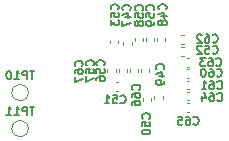
<source format=gbo>
G04 #@! TF.GenerationSoftware,KiCad,Pcbnew,8.0.4*
G04 #@! TF.CreationDate,2024-08-31T14:34:10+03:00*
G04 #@! TF.ProjectId,rioctrl-controller,72696f63-7472-46c2-9d63-6f6e74726f6c,rev?*
G04 #@! TF.SameCoordinates,Original*
G04 #@! TF.FileFunction,Legend,Bot*
G04 #@! TF.FilePolarity,Positive*
%FSLAX46Y46*%
G04 Gerber Fmt 4.6, Leading zero omitted, Abs format (unit mm)*
G04 Created by KiCad (PCBNEW 8.0.4) date 2024-08-31 14:34:10*
%MOMM*%
%LPD*%
G01*
G04 APERTURE LIST*
%ADD10C,0.175000*%
%ADD11C,0.120000*%
G04 APERTURE END LIST*
D10*
X99600000Y-86648066D02*
X99633333Y-86681400D01*
X99633333Y-86681400D02*
X99733333Y-86714733D01*
X99733333Y-86714733D02*
X99800000Y-86714733D01*
X99800000Y-86714733D02*
X99900000Y-86681400D01*
X99900000Y-86681400D02*
X99966667Y-86614733D01*
X99966667Y-86614733D02*
X100000000Y-86548066D01*
X100000000Y-86548066D02*
X100033333Y-86414733D01*
X100033333Y-86414733D02*
X100033333Y-86314733D01*
X100033333Y-86314733D02*
X100000000Y-86181400D01*
X100000000Y-86181400D02*
X99966667Y-86114733D01*
X99966667Y-86114733D02*
X99900000Y-86048066D01*
X99900000Y-86048066D02*
X99800000Y-86014733D01*
X99800000Y-86014733D02*
X99733333Y-86014733D01*
X99733333Y-86014733D02*
X99633333Y-86048066D01*
X99633333Y-86048066D02*
X99600000Y-86081400D01*
X99000000Y-86014733D02*
X99133333Y-86014733D01*
X99133333Y-86014733D02*
X99200000Y-86048066D01*
X99200000Y-86048066D02*
X99233333Y-86081400D01*
X99233333Y-86081400D02*
X99300000Y-86181400D01*
X99300000Y-86181400D02*
X99333333Y-86314733D01*
X99333333Y-86314733D02*
X99333333Y-86581400D01*
X99333333Y-86581400D02*
X99300000Y-86648066D01*
X99300000Y-86648066D02*
X99266667Y-86681400D01*
X99266667Y-86681400D02*
X99200000Y-86714733D01*
X99200000Y-86714733D02*
X99066667Y-86714733D01*
X99066667Y-86714733D02*
X99000000Y-86681400D01*
X99000000Y-86681400D02*
X98966667Y-86648066D01*
X98966667Y-86648066D02*
X98933333Y-86581400D01*
X98933333Y-86581400D02*
X98933333Y-86414733D01*
X98933333Y-86414733D02*
X98966667Y-86348066D01*
X98966667Y-86348066D02*
X99000000Y-86314733D01*
X99000000Y-86314733D02*
X99066667Y-86281400D01*
X99066667Y-86281400D02*
X99200000Y-86281400D01*
X99200000Y-86281400D02*
X99266667Y-86314733D01*
X99266667Y-86314733D02*
X99300000Y-86348066D01*
X99300000Y-86348066D02*
X99333333Y-86414733D01*
X98700000Y-86014733D02*
X98266666Y-86014733D01*
X98266666Y-86014733D02*
X98500000Y-86281400D01*
X98500000Y-86281400D02*
X98400000Y-86281400D01*
X98400000Y-86281400D02*
X98333333Y-86314733D01*
X98333333Y-86314733D02*
X98300000Y-86348066D01*
X98300000Y-86348066D02*
X98266666Y-86414733D01*
X98266666Y-86414733D02*
X98266666Y-86581400D01*
X98266666Y-86581400D02*
X98300000Y-86648066D01*
X98300000Y-86648066D02*
X98333333Y-86681400D01*
X98333333Y-86681400D02*
X98400000Y-86714733D01*
X98400000Y-86714733D02*
X98600000Y-86714733D01*
X98600000Y-86714733D02*
X98666666Y-86681400D01*
X98666666Y-86681400D02*
X98700000Y-86648066D01*
X92298066Y-81949999D02*
X92331400Y-81916666D01*
X92331400Y-81916666D02*
X92364733Y-81816666D01*
X92364733Y-81816666D02*
X92364733Y-81749999D01*
X92364733Y-81749999D02*
X92331400Y-81649999D01*
X92331400Y-81649999D02*
X92264733Y-81583333D01*
X92264733Y-81583333D02*
X92198066Y-81549999D01*
X92198066Y-81549999D02*
X92064733Y-81516666D01*
X92064733Y-81516666D02*
X91964733Y-81516666D01*
X91964733Y-81516666D02*
X91831400Y-81549999D01*
X91831400Y-81549999D02*
X91764733Y-81583333D01*
X91764733Y-81583333D02*
X91698066Y-81649999D01*
X91698066Y-81649999D02*
X91664733Y-81749999D01*
X91664733Y-81749999D02*
X91664733Y-81816666D01*
X91664733Y-81816666D02*
X91698066Y-81916666D01*
X91698066Y-81916666D02*
X91731400Y-81949999D01*
X91898066Y-82549999D02*
X92364733Y-82549999D01*
X91631400Y-82383333D02*
X92131400Y-82216666D01*
X92131400Y-82216666D02*
X92131400Y-82649999D01*
X91664733Y-82850000D02*
X91664733Y-83316666D01*
X91664733Y-83316666D02*
X92364733Y-83016666D01*
X94298066Y-81949999D02*
X94331400Y-81916666D01*
X94331400Y-81916666D02*
X94364733Y-81816666D01*
X94364733Y-81816666D02*
X94364733Y-81749999D01*
X94364733Y-81749999D02*
X94331400Y-81649999D01*
X94331400Y-81649999D02*
X94264733Y-81583333D01*
X94264733Y-81583333D02*
X94198066Y-81549999D01*
X94198066Y-81549999D02*
X94064733Y-81516666D01*
X94064733Y-81516666D02*
X93964733Y-81516666D01*
X93964733Y-81516666D02*
X93831400Y-81549999D01*
X93831400Y-81549999D02*
X93764733Y-81583333D01*
X93764733Y-81583333D02*
X93698066Y-81649999D01*
X93698066Y-81649999D02*
X93664733Y-81749999D01*
X93664733Y-81749999D02*
X93664733Y-81816666D01*
X93664733Y-81816666D02*
X93698066Y-81916666D01*
X93698066Y-81916666D02*
X93731400Y-81949999D01*
X93664733Y-82583333D02*
X93664733Y-82249999D01*
X93664733Y-82249999D02*
X93998066Y-82216666D01*
X93998066Y-82216666D02*
X93964733Y-82249999D01*
X93964733Y-82249999D02*
X93931400Y-82316666D01*
X93931400Y-82316666D02*
X93931400Y-82483333D01*
X93931400Y-82483333D02*
X93964733Y-82549999D01*
X93964733Y-82549999D02*
X93998066Y-82583333D01*
X93998066Y-82583333D02*
X94064733Y-82616666D01*
X94064733Y-82616666D02*
X94231400Y-82616666D01*
X94231400Y-82616666D02*
X94298066Y-82583333D01*
X94298066Y-82583333D02*
X94331400Y-82549999D01*
X94331400Y-82549999D02*
X94364733Y-82483333D01*
X94364733Y-82483333D02*
X94364733Y-82316666D01*
X94364733Y-82316666D02*
X94331400Y-82249999D01*
X94331400Y-82249999D02*
X94298066Y-82216666D01*
X94364733Y-82950000D02*
X94364733Y-83083333D01*
X94364733Y-83083333D02*
X94331400Y-83150000D01*
X94331400Y-83150000D02*
X94298066Y-83183333D01*
X94298066Y-83183333D02*
X94198066Y-83250000D01*
X94198066Y-83250000D02*
X94064733Y-83283333D01*
X94064733Y-83283333D02*
X93798066Y-83283333D01*
X93798066Y-83283333D02*
X93731400Y-83250000D01*
X93731400Y-83250000D02*
X93698066Y-83216666D01*
X93698066Y-83216666D02*
X93664733Y-83150000D01*
X93664733Y-83150000D02*
X93664733Y-83016666D01*
X93664733Y-83016666D02*
X93698066Y-82950000D01*
X93698066Y-82950000D02*
X93731400Y-82916666D01*
X93731400Y-82916666D02*
X93798066Y-82883333D01*
X93798066Y-82883333D02*
X93964733Y-82883333D01*
X93964733Y-82883333D02*
X94031400Y-82916666D01*
X94031400Y-82916666D02*
X94064733Y-82950000D01*
X94064733Y-82950000D02*
X94098066Y-83016666D01*
X94098066Y-83016666D02*
X94098066Y-83150000D01*
X94098066Y-83150000D02*
X94064733Y-83216666D01*
X94064733Y-83216666D02*
X94031400Y-83250000D01*
X94031400Y-83250000D02*
X93964733Y-83283333D01*
X90098066Y-86649999D02*
X90131400Y-86616666D01*
X90131400Y-86616666D02*
X90164733Y-86516666D01*
X90164733Y-86516666D02*
X90164733Y-86449999D01*
X90164733Y-86449999D02*
X90131400Y-86349999D01*
X90131400Y-86349999D02*
X90064733Y-86283333D01*
X90064733Y-86283333D02*
X89998066Y-86249999D01*
X89998066Y-86249999D02*
X89864733Y-86216666D01*
X89864733Y-86216666D02*
X89764733Y-86216666D01*
X89764733Y-86216666D02*
X89631400Y-86249999D01*
X89631400Y-86249999D02*
X89564733Y-86283333D01*
X89564733Y-86283333D02*
X89498066Y-86349999D01*
X89498066Y-86349999D02*
X89464733Y-86449999D01*
X89464733Y-86449999D02*
X89464733Y-86516666D01*
X89464733Y-86516666D02*
X89498066Y-86616666D01*
X89498066Y-86616666D02*
X89531400Y-86649999D01*
X89464733Y-87283333D02*
X89464733Y-86949999D01*
X89464733Y-86949999D02*
X89798066Y-86916666D01*
X89798066Y-86916666D02*
X89764733Y-86949999D01*
X89764733Y-86949999D02*
X89731400Y-87016666D01*
X89731400Y-87016666D02*
X89731400Y-87183333D01*
X89731400Y-87183333D02*
X89764733Y-87249999D01*
X89764733Y-87249999D02*
X89798066Y-87283333D01*
X89798066Y-87283333D02*
X89864733Y-87316666D01*
X89864733Y-87316666D02*
X90031400Y-87316666D01*
X90031400Y-87316666D02*
X90098066Y-87283333D01*
X90098066Y-87283333D02*
X90131400Y-87249999D01*
X90131400Y-87249999D02*
X90164733Y-87183333D01*
X90164733Y-87183333D02*
X90164733Y-87016666D01*
X90164733Y-87016666D02*
X90131400Y-86949999D01*
X90131400Y-86949999D02*
X90098066Y-86916666D01*
X89464733Y-87916666D02*
X89464733Y-87783333D01*
X89464733Y-87783333D02*
X89498066Y-87716666D01*
X89498066Y-87716666D02*
X89531400Y-87683333D01*
X89531400Y-87683333D02*
X89631400Y-87616666D01*
X89631400Y-87616666D02*
X89764733Y-87583333D01*
X89764733Y-87583333D02*
X90031400Y-87583333D01*
X90031400Y-87583333D02*
X90098066Y-87616666D01*
X90098066Y-87616666D02*
X90131400Y-87650000D01*
X90131400Y-87650000D02*
X90164733Y-87716666D01*
X90164733Y-87716666D02*
X90164733Y-87850000D01*
X90164733Y-87850000D02*
X90131400Y-87916666D01*
X90131400Y-87916666D02*
X90098066Y-87950000D01*
X90098066Y-87950000D02*
X90031400Y-87983333D01*
X90031400Y-87983333D02*
X89864733Y-87983333D01*
X89864733Y-87983333D02*
X89798066Y-87950000D01*
X89798066Y-87950000D02*
X89764733Y-87916666D01*
X89764733Y-87916666D02*
X89731400Y-87850000D01*
X89731400Y-87850000D02*
X89731400Y-87716666D01*
X89731400Y-87716666D02*
X89764733Y-87650000D01*
X89764733Y-87650000D02*
X89798066Y-87616666D01*
X89798066Y-87616666D02*
X89864733Y-87583333D01*
X99650000Y-87548066D02*
X99683333Y-87581400D01*
X99683333Y-87581400D02*
X99783333Y-87614733D01*
X99783333Y-87614733D02*
X99850000Y-87614733D01*
X99850000Y-87614733D02*
X99950000Y-87581400D01*
X99950000Y-87581400D02*
X100016667Y-87514733D01*
X100016667Y-87514733D02*
X100050000Y-87448066D01*
X100050000Y-87448066D02*
X100083333Y-87314733D01*
X100083333Y-87314733D02*
X100083333Y-87214733D01*
X100083333Y-87214733D02*
X100050000Y-87081400D01*
X100050000Y-87081400D02*
X100016667Y-87014733D01*
X100016667Y-87014733D02*
X99950000Y-86948066D01*
X99950000Y-86948066D02*
X99850000Y-86914733D01*
X99850000Y-86914733D02*
X99783333Y-86914733D01*
X99783333Y-86914733D02*
X99683333Y-86948066D01*
X99683333Y-86948066D02*
X99650000Y-86981400D01*
X99050000Y-86914733D02*
X99183333Y-86914733D01*
X99183333Y-86914733D02*
X99250000Y-86948066D01*
X99250000Y-86948066D02*
X99283333Y-86981400D01*
X99283333Y-86981400D02*
X99350000Y-87081400D01*
X99350000Y-87081400D02*
X99383333Y-87214733D01*
X99383333Y-87214733D02*
X99383333Y-87481400D01*
X99383333Y-87481400D02*
X99350000Y-87548066D01*
X99350000Y-87548066D02*
X99316667Y-87581400D01*
X99316667Y-87581400D02*
X99250000Y-87614733D01*
X99250000Y-87614733D02*
X99116667Y-87614733D01*
X99116667Y-87614733D02*
X99050000Y-87581400D01*
X99050000Y-87581400D02*
X99016667Y-87548066D01*
X99016667Y-87548066D02*
X98983333Y-87481400D01*
X98983333Y-87481400D02*
X98983333Y-87314733D01*
X98983333Y-87314733D02*
X99016667Y-87248066D01*
X99016667Y-87248066D02*
X99050000Y-87214733D01*
X99050000Y-87214733D02*
X99116667Y-87181400D01*
X99116667Y-87181400D02*
X99250000Y-87181400D01*
X99250000Y-87181400D02*
X99316667Y-87214733D01*
X99316667Y-87214733D02*
X99350000Y-87248066D01*
X99350000Y-87248066D02*
X99383333Y-87314733D01*
X98550000Y-86914733D02*
X98483333Y-86914733D01*
X98483333Y-86914733D02*
X98416666Y-86948066D01*
X98416666Y-86948066D02*
X98383333Y-86981400D01*
X98383333Y-86981400D02*
X98350000Y-87048066D01*
X98350000Y-87048066D02*
X98316666Y-87181400D01*
X98316666Y-87181400D02*
X98316666Y-87348066D01*
X98316666Y-87348066D02*
X98350000Y-87481400D01*
X98350000Y-87481400D02*
X98383333Y-87548066D01*
X98383333Y-87548066D02*
X98416666Y-87581400D01*
X98416666Y-87581400D02*
X98483333Y-87614733D01*
X98483333Y-87614733D02*
X98550000Y-87614733D01*
X98550000Y-87614733D02*
X98616666Y-87581400D01*
X98616666Y-87581400D02*
X98650000Y-87548066D01*
X98650000Y-87548066D02*
X98683333Y-87481400D01*
X98683333Y-87481400D02*
X98716666Y-87348066D01*
X98716666Y-87348066D02*
X98716666Y-87181400D01*
X98716666Y-87181400D02*
X98683333Y-87048066D01*
X98683333Y-87048066D02*
X98650000Y-86981400D01*
X98650000Y-86981400D02*
X98616666Y-86948066D01*
X98616666Y-86948066D02*
X98550000Y-86914733D01*
X91500000Y-89798066D02*
X91533333Y-89831400D01*
X91533333Y-89831400D02*
X91633333Y-89864733D01*
X91633333Y-89864733D02*
X91700000Y-89864733D01*
X91700000Y-89864733D02*
X91800000Y-89831400D01*
X91800000Y-89831400D02*
X91866667Y-89764733D01*
X91866667Y-89764733D02*
X91900000Y-89698066D01*
X91900000Y-89698066D02*
X91933333Y-89564733D01*
X91933333Y-89564733D02*
X91933333Y-89464733D01*
X91933333Y-89464733D02*
X91900000Y-89331400D01*
X91900000Y-89331400D02*
X91866667Y-89264733D01*
X91866667Y-89264733D02*
X91800000Y-89198066D01*
X91800000Y-89198066D02*
X91700000Y-89164733D01*
X91700000Y-89164733D02*
X91633333Y-89164733D01*
X91633333Y-89164733D02*
X91533333Y-89198066D01*
X91533333Y-89198066D02*
X91500000Y-89231400D01*
X90866667Y-89164733D02*
X91200000Y-89164733D01*
X91200000Y-89164733D02*
X91233333Y-89498066D01*
X91233333Y-89498066D02*
X91200000Y-89464733D01*
X91200000Y-89464733D02*
X91133333Y-89431400D01*
X91133333Y-89431400D02*
X90966667Y-89431400D01*
X90966667Y-89431400D02*
X90900000Y-89464733D01*
X90900000Y-89464733D02*
X90866667Y-89498066D01*
X90866667Y-89498066D02*
X90833333Y-89564733D01*
X90833333Y-89564733D02*
X90833333Y-89731400D01*
X90833333Y-89731400D02*
X90866667Y-89798066D01*
X90866667Y-89798066D02*
X90900000Y-89831400D01*
X90900000Y-89831400D02*
X90966667Y-89864733D01*
X90966667Y-89864733D02*
X91133333Y-89864733D01*
X91133333Y-89864733D02*
X91200000Y-89831400D01*
X91200000Y-89831400D02*
X91233333Y-89798066D01*
X90166666Y-89864733D02*
X90566666Y-89864733D01*
X90366666Y-89864733D02*
X90366666Y-89164733D01*
X90366666Y-89164733D02*
X90433333Y-89264733D01*
X90433333Y-89264733D02*
X90500000Y-89331400D01*
X90500000Y-89331400D02*
X90566666Y-89364733D01*
X89198066Y-86649999D02*
X89231400Y-86616666D01*
X89231400Y-86616666D02*
X89264733Y-86516666D01*
X89264733Y-86516666D02*
X89264733Y-86449999D01*
X89264733Y-86449999D02*
X89231400Y-86349999D01*
X89231400Y-86349999D02*
X89164733Y-86283333D01*
X89164733Y-86283333D02*
X89098066Y-86249999D01*
X89098066Y-86249999D02*
X88964733Y-86216666D01*
X88964733Y-86216666D02*
X88864733Y-86216666D01*
X88864733Y-86216666D02*
X88731400Y-86249999D01*
X88731400Y-86249999D02*
X88664733Y-86283333D01*
X88664733Y-86283333D02*
X88598066Y-86349999D01*
X88598066Y-86349999D02*
X88564733Y-86449999D01*
X88564733Y-86449999D02*
X88564733Y-86516666D01*
X88564733Y-86516666D02*
X88598066Y-86616666D01*
X88598066Y-86616666D02*
X88631400Y-86649999D01*
X88564733Y-87283333D02*
X88564733Y-86949999D01*
X88564733Y-86949999D02*
X88898066Y-86916666D01*
X88898066Y-86916666D02*
X88864733Y-86949999D01*
X88864733Y-86949999D02*
X88831400Y-87016666D01*
X88831400Y-87016666D02*
X88831400Y-87183333D01*
X88831400Y-87183333D02*
X88864733Y-87249999D01*
X88864733Y-87249999D02*
X88898066Y-87283333D01*
X88898066Y-87283333D02*
X88964733Y-87316666D01*
X88964733Y-87316666D02*
X89131400Y-87316666D01*
X89131400Y-87316666D02*
X89198066Y-87283333D01*
X89198066Y-87283333D02*
X89231400Y-87249999D01*
X89231400Y-87249999D02*
X89264733Y-87183333D01*
X89264733Y-87183333D02*
X89264733Y-87016666D01*
X89264733Y-87016666D02*
X89231400Y-86949999D01*
X89231400Y-86949999D02*
X89198066Y-86916666D01*
X88564733Y-87550000D02*
X88564733Y-88016666D01*
X88564733Y-88016666D02*
X89264733Y-87716666D01*
X95148066Y-86949999D02*
X95181400Y-86916666D01*
X95181400Y-86916666D02*
X95214733Y-86816666D01*
X95214733Y-86816666D02*
X95214733Y-86749999D01*
X95214733Y-86749999D02*
X95181400Y-86649999D01*
X95181400Y-86649999D02*
X95114733Y-86583333D01*
X95114733Y-86583333D02*
X95048066Y-86549999D01*
X95048066Y-86549999D02*
X94914733Y-86516666D01*
X94914733Y-86516666D02*
X94814733Y-86516666D01*
X94814733Y-86516666D02*
X94681400Y-86549999D01*
X94681400Y-86549999D02*
X94614733Y-86583333D01*
X94614733Y-86583333D02*
X94548066Y-86649999D01*
X94548066Y-86649999D02*
X94514733Y-86749999D01*
X94514733Y-86749999D02*
X94514733Y-86816666D01*
X94514733Y-86816666D02*
X94548066Y-86916666D01*
X94548066Y-86916666D02*
X94581400Y-86949999D01*
X94748066Y-87549999D02*
X95214733Y-87549999D01*
X94481400Y-87383333D02*
X94981400Y-87216666D01*
X94981400Y-87216666D02*
X94981400Y-87649999D01*
X95214733Y-87950000D02*
X95214733Y-88083333D01*
X95214733Y-88083333D02*
X95181400Y-88150000D01*
X95181400Y-88150000D02*
X95148066Y-88183333D01*
X95148066Y-88183333D02*
X95048066Y-88250000D01*
X95048066Y-88250000D02*
X94914733Y-88283333D01*
X94914733Y-88283333D02*
X94648066Y-88283333D01*
X94648066Y-88283333D02*
X94581400Y-88250000D01*
X94581400Y-88250000D02*
X94548066Y-88216666D01*
X94548066Y-88216666D02*
X94514733Y-88150000D01*
X94514733Y-88150000D02*
X94514733Y-88016666D01*
X94514733Y-88016666D02*
X94548066Y-87950000D01*
X94548066Y-87950000D02*
X94581400Y-87916666D01*
X94581400Y-87916666D02*
X94648066Y-87883333D01*
X94648066Y-87883333D02*
X94814733Y-87883333D01*
X94814733Y-87883333D02*
X94881400Y-87916666D01*
X94881400Y-87916666D02*
X94914733Y-87950000D01*
X94914733Y-87950000D02*
X94948066Y-88016666D01*
X94948066Y-88016666D02*
X94948066Y-88150000D01*
X94948066Y-88150000D02*
X94914733Y-88216666D01*
X94914733Y-88216666D02*
X94881400Y-88250000D01*
X94881400Y-88250000D02*
X94814733Y-88283333D01*
X99700000Y-89598066D02*
X99733333Y-89631400D01*
X99733333Y-89631400D02*
X99833333Y-89664733D01*
X99833333Y-89664733D02*
X99900000Y-89664733D01*
X99900000Y-89664733D02*
X100000000Y-89631400D01*
X100000000Y-89631400D02*
X100066667Y-89564733D01*
X100066667Y-89564733D02*
X100100000Y-89498066D01*
X100100000Y-89498066D02*
X100133333Y-89364733D01*
X100133333Y-89364733D02*
X100133333Y-89264733D01*
X100133333Y-89264733D02*
X100100000Y-89131400D01*
X100100000Y-89131400D02*
X100066667Y-89064733D01*
X100066667Y-89064733D02*
X100000000Y-88998066D01*
X100000000Y-88998066D02*
X99900000Y-88964733D01*
X99900000Y-88964733D02*
X99833333Y-88964733D01*
X99833333Y-88964733D02*
X99733333Y-88998066D01*
X99733333Y-88998066D02*
X99700000Y-89031400D01*
X99100000Y-88964733D02*
X99233333Y-88964733D01*
X99233333Y-88964733D02*
X99300000Y-88998066D01*
X99300000Y-88998066D02*
X99333333Y-89031400D01*
X99333333Y-89031400D02*
X99400000Y-89131400D01*
X99400000Y-89131400D02*
X99433333Y-89264733D01*
X99433333Y-89264733D02*
X99433333Y-89531400D01*
X99433333Y-89531400D02*
X99400000Y-89598066D01*
X99400000Y-89598066D02*
X99366667Y-89631400D01*
X99366667Y-89631400D02*
X99300000Y-89664733D01*
X99300000Y-89664733D02*
X99166667Y-89664733D01*
X99166667Y-89664733D02*
X99100000Y-89631400D01*
X99100000Y-89631400D02*
X99066667Y-89598066D01*
X99066667Y-89598066D02*
X99033333Y-89531400D01*
X99033333Y-89531400D02*
X99033333Y-89364733D01*
X99033333Y-89364733D02*
X99066667Y-89298066D01*
X99066667Y-89298066D02*
X99100000Y-89264733D01*
X99100000Y-89264733D02*
X99166667Y-89231400D01*
X99166667Y-89231400D02*
X99300000Y-89231400D01*
X99300000Y-89231400D02*
X99366667Y-89264733D01*
X99366667Y-89264733D02*
X99400000Y-89298066D01*
X99400000Y-89298066D02*
X99433333Y-89364733D01*
X98433333Y-89198066D02*
X98433333Y-89664733D01*
X98600000Y-88931400D02*
X98766666Y-89431400D01*
X98766666Y-89431400D02*
X98333333Y-89431400D01*
X97680000Y-91608066D02*
X97713333Y-91641400D01*
X97713333Y-91641400D02*
X97813333Y-91674733D01*
X97813333Y-91674733D02*
X97880000Y-91674733D01*
X97880000Y-91674733D02*
X97980000Y-91641400D01*
X97980000Y-91641400D02*
X98046667Y-91574733D01*
X98046667Y-91574733D02*
X98080000Y-91508066D01*
X98080000Y-91508066D02*
X98113333Y-91374733D01*
X98113333Y-91374733D02*
X98113333Y-91274733D01*
X98113333Y-91274733D02*
X98080000Y-91141400D01*
X98080000Y-91141400D02*
X98046667Y-91074733D01*
X98046667Y-91074733D02*
X97980000Y-91008066D01*
X97980000Y-91008066D02*
X97880000Y-90974733D01*
X97880000Y-90974733D02*
X97813333Y-90974733D01*
X97813333Y-90974733D02*
X97713333Y-91008066D01*
X97713333Y-91008066D02*
X97680000Y-91041400D01*
X97080000Y-90974733D02*
X97213333Y-90974733D01*
X97213333Y-90974733D02*
X97280000Y-91008066D01*
X97280000Y-91008066D02*
X97313333Y-91041400D01*
X97313333Y-91041400D02*
X97380000Y-91141400D01*
X97380000Y-91141400D02*
X97413333Y-91274733D01*
X97413333Y-91274733D02*
X97413333Y-91541400D01*
X97413333Y-91541400D02*
X97380000Y-91608066D01*
X97380000Y-91608066D02*
X97346667Y-91641400D01*
X97346667Y-91641400D02*
X97280000Y-91674733D01*
X97280000Y-91674733D02*
X97146667Y-91674733D01*
X97146667Y-91674733D02*
X97080000Y-91641400D01*
X97080000Y-91641400D02*
X97046667Y-91608066D01*
X97046667Y-91608066D02*
X97013333Y-91541400D01*
X97013333Y-91541400D02*
X97013333Y-91374733D01*
X97013333Y-91374733D02*
X97046667Y-91308066D01*
X97046667Y-91308066D02*
X97080000Y-91274733D01*
X97080000Y-91274733D02*
X97146667Y-91241400D01*
X97146667Y-91241400D02*
X97280000Y-91241400D01*
X97280000Y-91241400D02*
X97346667Y-91274733D01*
X97346667Y-91274733D02*
X97380000Y-91308066D01*
X97380000Y-91308066D02*
X97413333Y-91374733D01*
X96380000Y-90974733D02*
X96713333Y-90974733D01*
X96713333Y-90974733D02*
X96746666Y-91308066D01*
X96746666Y-91308066D02*
X96713333Y-91274733D01*
X96713333Y-91274733D02*
X96646666Y-91241400D01*
X96646666Y-91241400D02*
X96480000Y-91241400D01*
X96480000Y-91241400D02*
X96413333Y-91274733D01*
X96413333Y-91274733D02*
X96380000Y-91308066D01*
X96380000Y-91308066D02*
X96346666Y-91374733D01*
X96346666Y-91374733D02*
X96346666Y-91541400D01*
X96346666Y-91541400D02*
X96380000Y-91608066D01*
X96380000Y-91608066D02*
X96413333Y-91641400D01*
X96413333Y-91641400D02*
X96480000Y-91674733D01*
X96480000Y-91674733D02*
X96646666Y-91674733D01*
X96646666Y-91674733D02*
X96713333Y-91641400D01*
X96713333Y-91641400D02*
X96746666Y-91608066D01*
X93348066Y-81949999D02*
X93381400Y-81916666D01*
X93381400Y-81916666D02*
X93414733Y-81816666D01*
X93414733Y-81816666D02*
X93414733Y-81749999D01*
X93414733Y-81749999D02*
X93381400Y-81649999D01*
X93381400Y-81649999D02*
X93314733Y-81583333D01*
X93314733Y-81583333D02*
X93248066Y-81549999D01*
X93248066Y-81549999D02*
X93114733Y-81516666D01*
X93114733Y-81516666D02*
X93014733Y-81516666D01*
X93014733Y-81516666D02*
X92881400Y-81549999D01*
X92881400Y-81549999D02*
X92814733Y-81583333D01*
X92814733Y-81583333D02*
X92748066Y-81649999D01*
X92748066Y-81649999D02*
X92714733Y-81749999D01*
X92714733Y-81749999D02*
X92714733Y-81816666D01*
X92714733Y-81816666D02*
X92748066Y-81916666D01*
X92748066Y-81916666D02*
X92781400Y-81949999D01*
X92714733Y-82583333D02*
X92714733Y-82249999D01*
X92714733Y-82249999D02*
X93048066Y-82216666D01*
X93048066Y-82216666D02*
X93014733Y-82249999D01*
X93014733Y-82249999D02*
X92981400Y-82316666D01*
X92981400Y-82316666D02*
X92981400Y-82483333D01*
X92981400Y-82483333D02*
X93014733Y-82549999D01*
X93014733Y-82549999D02*
X93048066Y-82583333D01*
X93048066Y-82583333D02*
X93114733Y-82616666D01*
X93114733Y-82616666D02*
X93281400Y-82616666D01*
X93281400Y-82616666D02*
X93348066Y-82583333D01*
X93348066Y-82583333D02*
X93381400Y-82549999D01*
X93381400Y-82549999D02*
X93414733Y-82483333D01*
X93414733Y-82483333D02*
X93414733Y-82316666D01*
X93414733Y-82316666D02*
X93381400Y-82249999D01*
X93381400Y-82249999D02*
X93348066Y-82216666D01*
X93014733Y-83016666D02*
X92981400Y-82950000D01*
X92981400Y-82950000D02*
X92948066Y-82916666D01*
X92948066Y-82916666D02*
X92881400Y-82883333D01*
X92881400Y-82883333D02*
X92848066Y-82883333D01*
X92848066Y-82883333D02*
X92781400Y-82916666D01*
X92781400Y-82916666D02*
X92748066Y-82950000D01*
X92748066Y-82950000D02*
X92714733Y-83016666D01*
X92714733Y-83016666D02*
X92714733Y-83150000D01*
X92714733Y-83150000D02*
X92748066Y-83216666D01*
X92748066Y-83216666D02*
X92781400Y-83250000D01*
X92781400Y-83250000D02*
X92848066Y-83283333D01*
X92848066Y-83283333D02*
X92881400Y-83283333D01*
X92881400Y-83283333D02*
X92948066Y-83250000D01*
X92948066Y-83250000D02*
X92981400Y-83216666D01*
X92981400Y-83216666D02*
X93014733Y-83150000D01*
X93014733Y-83150000D02*
X93014733Y-83016666D01*
X93014733Y-83016666D02*
X93048066Y-82950000D01*
X93048066Y-82950000D02*
X93081400Y-82916666D01*
X93081400Y-82916666D02*
X93148066Y-82883333D01*
X93148066Y-82883333D02*
X93281400Y-82883333D01*
X93281400Y-82883333D02*
X93348066Y-82916666D01*
X93348066Y-82916666D02*
X93381400Y-82950000D01*
X93381400Y-82950000D02*
X93414733Y-83016666D01*
X93414733Y-83016666D02*
X93414733Y-83150000D01*
X93414733Y-83150000D02*
X93381400Y-83216666D01*
X93381400Y-83216666D02*
X93348066Y-83250000D01*
X93348066Y-83250000D02*
X93281400Y-83283333D01*
X93281400Y-83283333D02*
X93148066Y-83283333D01*
X93148066Y-83283333D02*
X93081400Y-83250000D01*
X93081400Y-83250000D02*
X93048066Y-83216666D01*
X93048066Y-83216666D02*
X93014733Y-83150000D01*
X84216666Y-90166733D02*
X83816666Y-90166733D01*
X84016666Y-90866733D02*
X84016666Y-90166733D01*
X83583333Y-90866733D02*
X83583333Y-90166733D01*
X83583333Y-90166733D02*
X83316666Y-90166733D01*
X83316666Y-90166733D02*
X83250000Y-90200066D01*
X83250000Y-90200066D02*
X83216666Y-90233400D01*
X83216666Y-90233400D02*
X83183333Y-90300066D01*
X83183333Y-90300066D02*
X83183333Y-90400066D01*
X83183333Y-90400066D02*
X83216666Y-90466733D01*
X83216666Y-90466733D02*
X83250000Y-90500066D01*
X83250000Y-90500066D02*
X83316666Y-90533400D01*
X83316666Y-90533400D02*
X83583333Y-90533400D01*
X82516666Y-90866733D02*
X82916666Y-90866733D01*
X82716666Y-90866733D02*
X82716666Y-90166733D01*
X82716666Y-90166733D02*
X82783333Y-90266733D01*
X82783333Y-90266733D02*
X82850000Y-90333400D01*
X82850000Y-90333400D02*
X82916666Y-90366733D01*
X81849999Y-90866733D02*
X82249999Y-90866733D01*
X82049999Y-90866733D02*
X82049999Y-90166733D01*
X82049999Y-90166733D02*
X82116666Y-90266733D01*
X82116666Y-90266733D02*
X82183333Y-90333400D01*
X82183333Y-90333400D02*
X82249999Y-90366733D01*
X84216666Y-87116733D02*
X83816666Y-87116733D01*
X84016666Y-87816733D02*
X84016666Y-87116733D01*
X83583333Y-87816733D02*
X83583333Y-87116733D01*
X83583333Y-87116733D02*
X83316666Y-87116733D01*
X83316666Y-87116733D02*
X83250000Y-87150066D01*
X83250000Y-87150066D02*
X83216666Y-87183400D01*
X83216666Y-87183400D02*
X83183333Y-87250066D01*
X83183333Y-87250066D02*
X83183333Y-87350066D01*
X83183333Y-87350066D02*
X83216666Y-87416733D01*
X83216666Y-87416733D02*
X83250000Y-87450066D01*
X83250000Y-87450066D02*
X83316666Y-87483400D01*
X83316666Y-87483400D02*
X83583333Y-87483400D01*
X82516666Y-87816733D02*
X82916666Y-87816733D01*
X82716666Y-87816733D02*
X82716666Y-87116733D01*
X82716666Y-87116733D02*
X82783333Y-87216733D01*
X82783333Y-87216733D02*
X82850000Y-87283400D01*
X82850000Y-87283400D02*
X82916666Y-87316733D01*
X82083333Y-87116733D02*
X82016666Y-87116733D01*
X82016666Y-87116733D02*
X81949999Y-87150066D01*
X81949999Y-87150066D02*
X81916666Y-87183400D01*
X81916666Y-87183400D02*
X81883333Y-87250066D01*
X81883333Y-87250066D02*
X81849999Y-87383400D01*
X81849999Y-87383400D02*
X81849999Y-87550066D01*
X81849999Y-87550066D02*
X81883333Y-87683400D01*
X81883333Y-87683400D02*
X81916666Y-87750066D01*
X81916666Y-87750066D02*
X81949999Y-87783400D01*
X81949999Y-87783400D02*
X82016666Y-87816733D01*
X82016666Y-87816733D02*
X82083333Y-87816733D01*
X82083333Y-87816733D02*
X82149999Y-87783400D01*
X82149999Y-87783400D02*
X82183333Y-87750066D01*
X82183333Y-87750066D02*
X82216666Y-87683400D01*
X82216666Y-87683400D02*
X82249999Y-87550066D01*
X82249999Y-87550066D02*
X82249999Y-87383400D01*
X82249999Y-87383400D02*
X82216666Y-87250066D01*
X82216666Y-87250066D02*
X82183333Y-87183400D01*
X82183333Y-87183400D02*
X82149999Y-87150066D01*
X82149999Y-87150066D02*
X82083333Y-87116733D01*
X88248066Y-86699999D02*
X88281400Y-86666666D01*
X88281400Y-86666666D02*
X88314733Y-86566666D01*
X88314733Y-86566666D02*
X88314733Y-86499999D01*
X88314733Y-86499999D02*
X88281400Y-86399999D01*
X88281400Y-86399999D02*
X88214733Y-86333333D01*
X88214733Y-86333333D02*
X88148066Y-86299999D01*
X88148066Y-86299999D02*
X88014733Y-86266666D01*
X88014733Y-86266666D02*
X87914733Y-86266666D01*
X87914733Y-86266666D02*
X87781400Y-86299999D01*
X87781400Y-86299999D02*
X87714733Y-86333333D01*
X87714733Y-86333333D02*
X87648066Y-86399999D01*
X87648066Y-86399999D02*
X87614733Y-86499999D01*
X87614733Y-86499999D02*
X87614733Y-86566666D01*
X87614733Y-86566666D02*
X87648066Y-86666666D01*
X87648066Y-86666666D02*
X87681400Y-86699999D01*
X87614733Y-87299999D02*
X87614733Y-87166666D01*
X87614733Y-87166666D02*
X87648066Y-87099999D01*
X87648066Y-87099999D02*
X87681400Y-87066666D01*
X87681400Y-87066666D02*
X87781400Y-86999999D01*
X87781400Y-86999999D02*
X87914733Y-86966666D01*
X87914733Y-86966666D02*
X88181400Y-86966666D01*
X88181400Y-86966666D02*
X88248066Y-86999999D01*
X88248066Y-86999999D02*
X88281400Y-87033333D01*
X88281400Y-87033333D02*
X88314733Y-87099999D01*
X88314733Y-87099999D02*
X88314733Y-87233333D01*
X88314733Y-87233333D02*
X88281400Y-87299999D01*
X88281400Y-87299999D02*
X88248066Y-87333333D01*
X88248066Y-87333333D02*
X88181400Y-87366666D01*
X88181400Y-87366666D02*
X88014733Y-87366666D01*
X88014733Y-87366666D02*
X87948066Y-87333333D01*
X87948066Y-87333333D02*
X87914733Y-87299999D01*
X87914733Y-87299999D02*
X87881400Y-87233333D01*
X87881400Y-87233333D02*
X87881400Y-87099999D01*
X87881400Y-87099999D02*
X87914733Y-87033333D01*
X87914733Y-87033333D02*
X87948066Y-86999999D01*
X87948066Y-86999999D02*
X88014733Y-86966666D01*
X87614733Y-87600000D02*
X87614733Y-88066666D01*
X87614733Y-88066666D02*
X88314733Y-87766666D01*
X95348066Y-81899999D02*
X95381400Y-81866666D01*
X95381400Y-81866666D02*
X95414733Y-81766666D01*
X95414733Y-81766666D02*
X95414733Y-81699999D01*
X95414733Y-81699999D02*
X95381400Y-81599999D01*
X95381400Y-81599999D02*
X95314733Y-81533333D01*
X95314733Y-81533333D02*
X95248066Y-81499999D01*
X95248066Y-81499999D02*
X95114733Y-81466666D01*
X95114733Y-81466666D02*
X95014733Y-81466666D01*
X95014733Y-81466666D02*
X94881400Y-81499999D01*
X94881400Y-81499999D02*
X94814733Y-81533333D01*
X94814733Y-81533333D02*
X94748066Y-81599999D01*
X94748066Y-81599999D02*
X94714733Y-81699999D01*
X94714733Y-81699999D02*
X94714733Y-81766666D01*
X94714733Y-81766666D02*
X94748066Y-81866666D01*
X94748066Y-81866666D02*
X94781400Y-81899999D01*
X94948066Y-82499999D02*
X95414733Y-82499999D01*
X94681400Y-82333333D02*
X95181400Y-82166666D01*
X95181400Y-82166666D02*
X95181400Y-82599999D01*
X95014733Y-82966666D02*
X94981400Y-82900000D01*
X94981400Y-82900000D02*
X94948066Y-82866666D01*
X94948066Y-82866666D02*
X94881400Y-82833333D01*
X94881400Y-82833333D02*
X94848066Y-82833333D01*
X94848066Y-82833333D02*
X94781400Y-82866666D01*
X94781400Y-82866666D02*
X94748066Y-82900000D01*
X94748066Y-82900000D02*
X94714733Y-82966666D01*
X94714733Y-82966666D02*
X94714733Y-83100000D01*
X94714733Y-83100000D02*
X94748066Y-83166666D01*
X94748066Y-83166666D02*
X94781400Y-83200000D01*
X94781400Y-83200000D02*
X94848066Y-83233333D01*
X94848066Y-83233333D02*
X94881400Y-83233333D01*
X94881400Y-83233333D02*
X94948066Y-83200000D01*
X94948066Y-83200000D02*
X94981400Y-83166666D01*
X94981400Y-83166666D02*
X95014733Y-83100000D01*
X95014733Y-83100000D02*
X95014733Y-82966666D01*
X95014733Y-82966666D02*
X95048066Y-82900000D01*
X95048066Y-82900000D02*
X95081400Y-82866666D01*
X95081400Y-82866666D02*
X95148066Y-82833333D01*
X95148066Y-82833333D02*
X95281400Y-82833333D01*
X95281400Y-82833333D02*
X95348066Y-82866666D01*
X95348066Y-82866666D02*
X95381400Y-82900000D01*
X95381400Y-82900000D02*
X95414733Y-82966666D01*
X95414733Y-82966666D02*
X95414733Y-83100000D01*
X95414733Y-83100000D02*
X95381400Y-83166666D01*
X95381400Y-83166666D02*
X95348066Y-83200000D01*
X95348066Y-83200000D02*
X95281400Y-83233333D01*
X95281400Y-83233333D02*
X95148066Y-83233333D01*
X95148066Y-83233333D02*
X95081400Y-83200000D01*
X95081400Y-83200000D02*
X95048066Y-83166666D01*
X95048066Y-83166666D02*
X95014733Y-83100000D01*
X99700000Y-88598066D02*
X99733333Y-88631400D01*
X99733333Y-88631400D02*
X99833333Y-88664733D01*
X99833333Y-88664733D02*
X99900000Y-88664733D01*
X99900000Y-88664733D02*
X100000000Y-88631400D01*
X100000000Y-88631400D02*
X100066667Y-88564733D01*
X100066667Y-88564733D02*
X100100000Y-88498066D01*
X100100000Y-88498066D02*
X100133333Y-88364733D01*
X100133333Y-88364733D02*
X100133333Y-88264733D01*
X100133333Y-88264733D02*
X100100000Y-88131400D01*
X100100000Y-88131400D02*
X100066667Y-88064733D01*
X100066667Y-88064733D02*
X100000000Y-87998066D01*
X100000000Y-87998066D02*
X99900000Y-87964733D01*
X99900000Y-87964733D02*
X99833333Y-87964733D01*
X99833333Y-87964733D02*
X99733333Y-87998066D01*
X99733333Y-87998066D02*
X99700000Y-88031400D01*
X99100000Y-87964733D02*
X99233333Y-87964733D01*
X99233333Y-87964733D02*
X99300000Y-87998066D01*
X99300000Y-87998066D02*
X99333333Y-88031400D01*
X99333333Y-88031400D02*
X99400000Y-88131400D01*
X99400000Y-88131400D02*
X99433333Y-88264733D01*
X99433333Y-88264733D02*
X99433333Y-88531400D01*
X99433333Y-88531400D02*
X99400000Y-88598066D01*
X99400000Y-88598066D02*
X99366667Y-88631400D01*
X99366667Y-88631400D02*
X99300000Y-88664733D01*
X99300000Y-88664733D02*
X99166667Y-88664733D01*
X99166667Y-88664733D02*
X99100000Y-88631400D01*
X99100000Y-88631400D02*
X99066667Y-88598066D01*
X99066667Y-88598066D02*
X99033333Y-88531400D01*
X99033333Y-88531400D02*
X99033333Y-88364733D01*
X99033333Y-88364733D02*
X99066667Y-88298066D01*
X99066667Y-88298066D02*
X99100000Y-88264733D01*
X99100000Y-88264733D02*
X99166667Y-88231400D01*
X99166667Y-88231400D02*
X99300000Y-88231400D01*
X99300000Y-88231400D02*
X99366667Y-88264733D01*
X99366667Y-88264733D02*
X99400000Y-88298066D01*
X99400000Y-88298066D02*
X99433333Y-88364733D01*
X98366666Y-88664733D02*
X98766666Y-88664733D01*
X98566666Y-88664733D02*
X98566666Y-87964733D01*
X98566666Y-87964733D02*
X98633333Y-88064733D01*
X98633333Y-88064733D02*
X98700000Y-88131400D01*
X98700000Y-88131400D02*
X98766666Y-88164733D01*
X93948066Y-91149999D02*
X93981400Y-91116666D01*
X93981400Y-91116666D02*
X94014733Y-91016666D01*
X94014733Y-91016666D02*
X94014733Y-90949999D01*
X94014733Y-90949999D02*
X93981400Y-90849999D01*
X93981400Y-90849999D02*
X93914733Y-90783333D01*
X93914733Y-90783333D02*
X93848066Y-90749999D01*
X93848066Y-90749999D02*
X93714733Y-90716666D01*
X93714733Y-90716666D02*
X93614733Y-90716666D01*
X93614733Y-90716666D02*
X93481400Y-90749999D01*
X93481400Y-90749999D02*
X93414733Y-90783333D01*
X93414733Y-90783333D02*
X93348066Y-90849999D01*
X93348066Y-90849999D02*
X93314733Y-90949999D01*
X93314733Y-90949999D02*
X93314733Y-91016666D01*
X93314733Y-91016666D02*
X93348066Y-91116666D01*
X93348066Y-91116666D02*
X93381400Y-91149999D01*
X93314733Y-91783333D02*
X93314733Y-91449999D01*
X93314733Y-91449999D02*
X93648066Y-91416666D01*
X93648066Y-91416666D02*
X93614733Y-91449999D01*
X93614733Y-91449999D02*
X93581400Y-91516666D01*
X93581400Y-91516666D02*
X93581400Y-91683333D01*
X93581400Y-91683333D02*
X93614733Y-91749999D01*
X93614733Y-91749999D02*
X93648066Y-91783333D01*
X93648066Y-91783333D02*
X93714733Y-91816666D01*
X93714733Y-91816666D02*
X93881400Y-91816666D01*
X93881400Y-91816666D02*
X93948066Y-91783333D01*
X93948066Y-91783333D02*
X93981400Y-91749999D01*
X93981400Y-91749999D02*
X94014733Y-91683333D01*
X94014733Y-91683333D02*
X94014733Y-91516666D01*
X94014733Y-91516666D02*
X93981400Y-91449999D01*
X93981400Y-91449999D02*
X93948066Y-91416666D01*
X93314733Y-92250000D02*
X93314733Y-92316666D01*
X93314733Y-92316666D02*
X93348066Y-92383333D01*
X93348066Y-92383333D02*
X93381400Y-92416666D01*
X93381400Y-92416666D02*
X93448066Y-92450000D01*
X93448066Y-92450000D02*
X93581400Y-92483333D01*
X93581400Y-92483333D02*
X93748066Y-92483333D01*
X93748066Y-92483333D02*
X93881400Y-92450000D01*
X93881400Y-92450000D02*
X93948066Y-92416666D01*
X93948066Y-92416666D02*
X93981400Y-92383333D01*
X93981400Y-92383333D02*
X94014733Y-92316666D01*
X94014733Y-92316666D02*
X94014733Y-92250000D01*
X94014733Y-92250000D02*
X93981400Y-92183333D01*
X93981400Y-92183333D02*
X93948066Y-92150000D01*
X93948066Y-92150000D02*
X93881400Y-92116666D01*
X93881400Y-92116666D02*
X93748066Y-92083333D01*
X93748066Y-92083333D02*
X93581400Y-92083333D01*
X93581400Y-92083333D02*
X93448066Y-92116666D01*
X93448066Y-92116666D02*
X93381400Y-92150000D01*
X93381400Y-92150000D02*
X93348066Y-92183333D01*
X93348066Y-92183333D02*
X93314733Y-92250000D01*
X99300000Y-85598066D02*
X99333333Y-85631400D01*
X99333333Y-85631400D02*
X99433333Y-85664733D01*
X99433333Y-85664733D02*
X99500000Y-85664733D01*
X99500000Y-85664733D02*
X99600000Y-85631400D01*
X99600000Y-85631400D02*
X99666667Y-85564733D01*
X99666667Y-85564733D02*
X99700000Y-85498066D01*
X99700000Y-85498066D02*
X99733333Y-85364733D01*
X99733333Y-85364733D02*
X99733333Y-85264733D01*
X99733333Y-85264733D02*
X99700000Y-85131400D01*
X99700000Y-85131400D02*
X99666667Y-85064733D01*
X99666667Y-85064733D02*
X99600000Y-84998066D01*
X99600000Y-84998066D02*
X99500000Y-84964733D01*
X99500000Y-84964733D02*
X99433333Y-84964733D01*
X99433333Y-84964733D02*
X99333333Y-84998066D01*
X99333333Y-84998066D02*
X99300000Y-85031400D01*
X98666667Y-84964733D02*
X99000000Y-84964733D01*
X99000000Y-84964733D02*
X99033333Y-85298066D01*
X99033333Y-85298066D02*
X99000000Y-85264733D01*
X99000000Y-85264733D02*
X98933333Y-85231400D01*
X98933333Y-85231400D02*
X98766667Y-85231400D01*
X98766667Y-85231400D02*
X98700000Y-85264733D01*
X98700000Y-85264733D02*
X98666667Y-85298066D01*
X98666667Y-85298066D02*
X98633333Y-85364733D01*
X98633333Y-85364733D02*
X98633333Y-85531400D01*
X98633333Y-85531400D02*
X98666667Y-85598066D01*
X98666667Y-85598066D02*
X98700000Y-85631400D01*
X98700000Y-85631400D02*
X98766667Y-85664733D01*
X98766667Y-85664733D02*
X98933333Y-85664733D01*
X98933333Y-85664733D02*
X99000000Y-85631400D01*
X99000000Y-85631400D02*
X99033333Y-85598066D01*
X98366666Y-85031400D02*
X98333333Y-84998066D01*
X98333333Y-84998066D02*
X98266666Y-84964733D01*
X98266666Y-84964733D02*
X98100000Y-84964733D01*
X98100000Y-84964733D02*
X98033333Y-84998066D01*
X98033333Y-84998066D02*
X98000000Y-85031400D01*
X98000000Y-85031400D02*
X97966666Y-85098066D01*
X97966666Y-85098066D02*
X97966666Y-85164733D01*
X97966666Y-85164733D02*
X98000000Y-85264733D01*
X98000000Y-85264733D02*
X98400000Y-85664733D01*
X98400000Y-85664733D02*
X97966666Y-85664733D01*
X93098066Y-88699999D02*
X93131400Y-88666666D01*
X93131400Y-88666666D02*
X93164733Y-88566666D01*
X93164733Y-88566666D02*
X93164733Y-88499999D01*
X93164733Y-88499999D02*
X93131400Y-88399999D01*
X93131400Y-88399999D02*
X93064733Y-88333333D01*
X93064733Y-88333333D02*
X92998066Y-88299999D01*
X92998066Y-88299999D02*
X92864733Y-88266666D01*
X92864733Y-88266666D02*
X92764733Y-88266666D01*
X92764733Y-88266666D02*
X92631400Y-88299999D01*
X92631400Y-88299999D02*
X92564733Y-88333333D01*
X92564733Y-88333333D02*
X92498066Y-88399999D01*
X92498066Y-88399999D02*
X92464733Y-88499999D01*
X92464733Y-88499999D02*
X92464733Y-88566666D01*
X92464733Y-88566666D02*
X92498066Y-88666666D01*
X92498066Y-88666666D02*
X92531400Y-88699999D01*
X92464733Y-89299999D02*
X92464733Y-89166666D01*
X92464733Y-89166666D02*
X92498066Y-89099999D01*
X92498066Y-89099999D02*
X92531400Y-89066666D01*
X92531400Y-89066666D02*
X92631400Y-88999999D01*
X92631400Y-88999999D02*
X92764733Y-88966666D01*
X92764733Y-88966666D02*
X93031400Y-88966666D01*
X93031400Y-88966666D02*
X93098066Y-88999999D01*
X93098066Y-88999999D02*
X93131400Y-89033333D01*
X93131400Y-89033333D02*
X93164733Y-89099999D01*
X93164733Y-89099999D02*
X93164733Y-89233333D01*
X93164733Y-89233333D02*
X93131400Y-89299999D01*
X93131400Y-89299999D02*
X93098066Y-89333333D01*
X93098066Y-89333333D02*
X93031400Y-89366666D01*
X93031400Y-89366666D02*
X92864733Y-89366666D01*
X92864733Y-89366666D02*
X92798066Y-89333333D01*
X92798066Y-89333333D02*
X92764733Y-89299999D01*
X92764733Y-89299999D02*
X92731400Y-89233333D01*
X92731400Y-89233333D02*
X92731400Y-89099999D01*
X92731400Y-89099999D02*
X92764733Y-89033333D01*
X92764733Y-89033333D02*
X92798066Y-88999999D01*
X92798066Y-88999999D02*
X92864733Y-88966666D01*
X92464733Y-89966666D02*
X92464733Y-89833333D01*
X92464733Y-89833333D02*
X92498066Y-89766666D01*
X92498066Y-89766666D02*
X92531400Y-89733333D01*
X92531400Y-89733333D02*
X92631400Y-89666666D01*
X92631400Y-89666666D02*
X92764733Y-89633333D01*
X92764733Y-89633333D02*
X93031400Y-89633333D01*
X93031400Y-89633333D02*
X93098066Y-89666666D01*
X93098066Y-89666666D02*
X93131400Y-89700000D01*
X93131400Y-89700000D02*
X93164733Y-89766666D01*
X93164733Y-89766666D02*
X93164733Y-89900000D01*
X93164733Y-89900000D02*
X93131400Y-89966666D01*
X93131400Y-89966666D02*
X93098066Y-90000000D01*
X93098066Y-90000000D02*
X93031400Y-90033333D01*
X93031400Y-90033333D02*
X92864733Y-90033333D01*
X92864733Y-90033333D02*
X92798066Y-90000000D01*
X92798066Y-90000000D02*
X92764733Y-89966666D01*
X92764733Y-89966666D02*
X92731400Y-89900000D01*
X92731400Y-89900000D02*
X92731400Y-89766666D01*
X92731400Y-89766666D02*
X92764733Y-89700000D01*
X92764733Y-89700000D02*
X92798066Y-89666666D01*
X92798066Y-89666666D02*
X92864733Y-89633333D01*
X91298066Y-81899999D02*
X91331400Y-81866666D01*
X91331400Y-81866666D02*
X91364733Y-81766666D01*
X91364733Y-81766666D02*
X91364733Y-81699999D01*
X91364733Y-81699999D02*
X91331400Y-81599999D01*
X91331400Y-81599999D02*
X91264733Y-81533333D01*
X91264733Y-81533333D02*
X91198066Y-81499999D01*
X91198066Y-81499999D02*
X91064733Y-81466666D01*
X91064733Y-81466666D02*
X90964733Y-81466666D01*
X90964733Y-81466666D02*
X90831400Y-81499999D01*
X90831400Y-81499999D02*
X90764733Y-81533333D01*
X90764733Y-81533333D02*
X90698066Y-81599999D01*
X90698066Y-81599999D02*
X90664733Y-81699999D01*
X90664733Y-81699999D02*
X90664733Y-81766666D01*
X90664733Y-81766666D02*
X90698066Y-81866666D01*
X90698066Y-81866666D02*
X90731400Y-81899999D01*
X90664733Y-82533333D02*
X90664733Y-82199999D01*
X90664733Y-82199999D02*
X90998066Y-82166666D01*
X90998066Y-82166666D02*
X90964733Y-82199999D01*
X90964733Y-82199999D02*
X90931400Y-82266666D01*
X90931400Y-82266666D02*
X90931400Y-82433333D01*
X90931400Y-82433333D02*
X90964733Y-82499999D01*
X90964733Y-82499999D02*
X90998066Y-82533333D01*
X90998066Y-82533333D02*
X91064733Y-82566666D01*
X91064733Y-82566666D02*
X91231400Y-82566666D01*
X91231400Y-82566666D02*
X91298066Y-82533333D01*
X91298066Y-82533333D02*
X91331400Y-82499999D01*
X91331400Y-82499999D02*
X91364733Y-82433333D01*
X91364733Y-82433333D02*
X91364733Y-82266666D01*
X91364733Y-82266666D02*
X91331400Y-82199999D01*
X91331400Y-82199999D02*
X91298066Y-82166666D01*
X90664733Y-82800000D02*
X90664733Y-83233333D01*
X90664733Y-83233333D02*
X90931400Y-83000000D01*
X90931400Y-83000000D02*
X90931400Y-83100000D01*
X90931400Y-83100000D02*
X90964733Y-83166666D01*
X90964733Y-83166666D02*
X90998066Y-83200000D01*
X90998066Y-83200000D02*
X91064733Y-83233333D01*
X91064733Y-83233333D02*
X91231400Y-83233333D01*
X91231400Y-83233333D02*
X91298066Y-83200000D01*
X91298066Y-83200000D02*
X91331400Y-83166666D01*
X91331400Y-83166666D02*
X91364733Y-83100000D01*
X91364733Y-83100000D02*
X91364733Y-82900000D01*
X91364733Y-82900000D02*
X91331400Y-82833333D01*
X91331400Y-82833333D02*
X91298066Y-82800000D01*
X99300000Y-84648066D02*
X99333333Y-84681400D01*
X99333333Y-84681400D02*
X99433333Y-84714733D01*
X99433333Y-84714733D02*
X99500000Y-84714733D01*
X99500000Y-84714733D02*
X99600000Y-84681400D01*
X99600000Y-84681400D02*
X99666667Y-84614733D01*
X99666667Y-84614733D02*
X99700000Y-84548066D01*
X99700000Y-84548066D02*
X99733333Y-84414733D01*
X99733333Y-84414733D02*
X99733333Y-84314733D01*
X99733333Y-84314733D02*
X99700000Y-84181400D01*
X99700000Y-84181400D02*
X99666667Y-84114733D01*
X99666667Y-84114733D02*
X99600000Y-84048066D01*
X99600000Y-84048066D02*
X99500000Y-84014733D01*
X99500000Y-84014733D02*
X99433333Y-84014733D01*
X99433333Y-84014733D02*
X99333333Y-84048066D01*
X99333333Y-84048066D02*
X99300000Y-84081400D01*
X98700000Y-84014733D02*
X98833333Y-84014733D01*
X98833333Y-84014733D02*
X98900000Y-84048066D01*
X98900000Y-84048066D02*
X98933333Y-84081400D01*
X98933333Y-84081400D02*
X99000000Y-84181400D01*
X99000000Y-84181400D02*
X99033333Y-84314733D01*
X99033333Y-84314733D02*
X99033333Y-84581400D01*
X99033333Y-84581400D02*
X99000000Y-84648066D01*
X99000000Y-84648066D02*
X98966667Y-84681400D01*
X98966667Y-84681400D02*
X98900000Y-84714733D01*
X98900000Y-84714733D02*
X98766667Y-84714733D01*
X98766667Y-84714733D02*
X98700000Y-84681400D01*
X98700000Y-84681400D02*
X98666667Y-84648066D01*
X98666667Y-84648066D02*
X98633333Y-84581400D01*
X98633333Y-84581400D02*
X98633333Y-84414733D01*
X98633333Y-84414733D02*
X98666667Y-84348066D01*
X98666667Y-84348066D02*
X98700000Y-84314733D01*
X98700000Y-84314733D02*
X98766667Y-84281400D01*
X98766667Y-84281400D02*
X98900000Y-84281400D01*
X98900000Y-84281400D02*
X98966667Y-84314733D01*
X98966667Y-84314733D02*
X99000000Y-84348066D01*
X99000000Y-84348066D02*
X99033333Y-84414733D01*
X98366666Y-84081400D02*
X98333333Y-84048066D01*
X98333333Y-84048066D02*
X98266666Y-84014733D01*
X98266666Y-84014733D02*
X98100000Y-84014733D01*
X98100000Y-84014733D02*
X98033333Y-84048066D01*
X98033333Y-84048066D02*
X98000000Y-84081400D01*
X98000000Y-84081400D02*
X97966666Y-84148066D01*
X97966666Y-84148066D02*
X97966666Y-84214733D01*
X97966666Y-84214733D02*
X98000000Y-84314733D01*
X98000000Y-84314733D02*
X98400000Y-84714733D01*
X98400000Y-84714733D02*
X97966666Y-84714733D01*
D11*
G04 #@! TO.C,C63*
X97337836Y-86040000D02*
X97122164Y-86040000D01*
X97337836Y-86760000D02*
X97122164Y-86760000D01*
G04 #@! TO.C,C47*
X91740000Y-84692164D02*
X91740000Y-84907836D01*
X92460000Y-84692164D02*
X92460000Y-84907836D01*
G04 #@! TO.C,C59*
X93640000Y-84322164D02*
X93640000Y-84537836D01*
X94360000Y-84322164D02*
X94360000Y-84537836D01*
G04 #@! TO.C,C56*
X92290000Y-87187836D02*
X92290000Y-86972164D01*
X93010000Y-87187836D02*
X93010000Y-86972164D01*
G04 #@! TO.C,C60*
X97337836Y-86990000D02*
X97122164Y-86990000D01*
X97337836Y-87710000D02*
X97122164Y-87710000D01*
G04 #@! TO.C,C51*
X91092164Y-88090000D02*
X91307836Y-88090000D01*
X91092164Y-88810000D02*
X91307836Y-88810000D01*
G04 #@! TO.C,C57*
X91340000Y-87187836D02*
X91340000Y-86972164D01*
X92060000Y-87187836D02*
X92060000Y-86972164D01*
G04 #@! TO.C,C49*
X94340000Y-89457836D02*
X94340000Y-89242164D01*
X95060000Y-89457836D02*
X95060000Y-89242164D01*
G04 #@! TO.C,C64*
X97337836Y-88890000D02*
X97122164Y-88890000D01*
X97337836Y-89610000D02*
X97122164Y-89610000D01*
G04 #@! TO.C,C65*
X97337836Y-89840000D02*
X97122164Y-89840000D01*
X97337836Y-90560000D02*
X97122164Y-90560000D01*
G04 #@! TO.C,C58*
X92690000Y-84322164D02*
X92690000Y-84537836D01*
X93410000Y-84322164D02*
X93410000Y-84537836D01*
G04 #@! TO.C,TP11*
X83700000Y-92000000D02*
G75*
G02*
X82300000Y-92000000I-700000J0D01*
G01*
X82300000Y-92000000D02*
G75*
G02*
X83700000Y-92000000I700000J0D01*
G01*
G04 #@! TO.C,TP10*
X83700000Y-88950000D02*
G75*
G02*
X82300000Y-88950000I-700000J0D01*
G01*
X82300000Y-88950000D02*
G75*
G02*
X83700000Y-88950000I700000J0D01*
G01*
G04 #@! TO.C,C67*
X90390000Y-87177836D02*
X90390000Y-86962164D01*
X91110000Y-87177836D02*
X91110000Y-86962164D01*
G04 #@! TO.C,C48*
X94590000Y-84322164D02*
X94590000Y-84537836D01*
X95310000Y-84322164D02*
X95310000Y-84537836D01*
G04 #@! TO.C,C61*
X97327836Y-87940000D02*
X97112164Y-87940000D01*
X97327836Y-88660000D02*
X97112164Y-88660000D01*
G04 #@! TO.C,C50*
X93390000Y-89657836D02*
X93390000Y-89442164D01*
X94110000Y-89657836D02*
X94110000Y-89442164D01*
G04 #@! TO.C,C52*
X96837836Y-85090000D02*
X96622164Y-85090000D01*
X96837836Y-85810000D02*
X96622164Y-85810000D01*
G04 #@! TO.C,C66*
X93220000Y-87177836D02*
X93220000Y-86962164D01*
X93940000Y-87177836D02*
X93940000Y-86962164D01*
G04 #@! TO.C,C53*
X90590000Y-84542164D02*
X90590000Y-84757836D01*
X91310000Y-84542164D02*
X91310000Y-84757836D01*
G04 #@! TO.C,C62*
X96837836Y-84090000D02*
X96622164Y-84090000D01*
X96837836Y-84810000D02*
X96622164Y-84810000D01*
G04 #@! TD*
M02*

</source>
